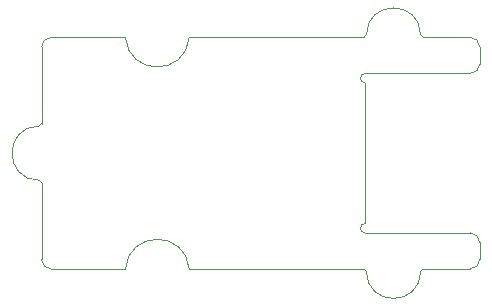
<source format=gbr>
%TF.GenerationSoftware,KiCad,Pcbnew,(6.0.7-1)-1*%
%TF.CreationDate,2022-09-13T18:31:53+08:00*%
%TF.ProjectId,0102-USB-SWITCH,30313032-2d55-4534-922d-535749544348,V1.1*%
%TF.SameCoordinates,Original*%
%TF.FileFunction,Profile,NP*%
%FSLAX46Y46*%
G04 Gerber Fmt 4.6, Leading zero omitted, Abs format (unit mm)*
G04 Created by KiCad (PCBNEW (6.0.7-1)-1) date 2022-09-13 18:31:53*
%MOMM*%
%LPD*%
G01*
G04 APERTURE LIST*
%TA.AperFunction,Profile*%
%ADD10C,0.050000*%
%TD*%
G04 APERTURE END LIST*
D10*
X9600000Y22100000D02*
X3300000Y22100000D01*
X2500000Y9800000D02*
X2500000Y3300000D01*
X34800000Y22100000D02*
X38800000Y22100000D01*
X3300000Y2500000D02*
X9600000Y2500000D01*
X30000000Y2300000D02*
G75*
G03*
X34600000Y2300000I2300000J0D01*
G01*
X2300000Y14600000D02*
G75*
G03*
X2500000Y14800000I0J200000D01*
G01*
X2500000Y3300000D02*
G75*
G03*
X3300000Y2500000I800000J0D01*
G01*
X38800000Y2500000D02*
X34800000Y2500000D01*
X39600000Y21300000D02*
G75*
G03*
X38800000Y22100000I-800000J0D01*
G01*
X38800000Y5550000D02*
X29900000Y5550000D01*
X38800000Y19050000D02*
G75*
G03*
X39600000Y19850000I0J800000D01*
G01*
X34600000Y22300000D02*
G75*
G03*
X34800000Y22100000I200000J0D01*
G01*
X2500000Y9800000D02*
G75*
G03*
X2300000Y10000000I-200000J0D01*
G01*
X39600000Y21300000D02*
X39600000Y19850000D01*
X15000000Y22100000D02*
X29800000Y22100000D01*
X34800000Y2500000D02*
G75*
G03*
X34600000Y2300000I0J-200000D01*
G01*
X2500000Y21300000D02*
X2500000Y14800000D01*
X29800000Y2500000D02*
X15000000Y2500000D01*
X9600000Y22100000D02*
G75*
G03*
X15000000Y22100000I2700000J200000D01*
G01*
X29900000Y6350000D02*
X29900000Y18250000D01*
X3300000Y22100000D02*
G75*
G03*
X2500000Y21300000I0J-800000D01*
G01*
X2300000Y14600000D02*
G75*
G03*
X2300000Y10000000I0J-2300000D01*
G01*
X34600000Y22300000D02*
G75*
G03*
X30000000Y22300000I-2300000J0D01*
G01*
X29900000Y19050000D02*
G75*
G03*
X29900000Y18250000I0J-400000D01*
G01*
X30000000Y2300000D02*
G75*
G03*
X29800000Y2500000I-200000J0D01*
G01*
X39600000Y4750000D02*
G75*
G03*
X38800000Y5550000I-800000J0D01*
G01*
X38800000Y2500000D02*
G75*
G03*
X39600000Y3300000I0J800000D01*
G01*
X39600000Y4750000D02*
X39600000Y3300000D01*
X15000000Y2500000D02*
G75*
G03*
X9600000Y2500000I-2700000J-200000D01*
G01*
X29800000Y22100000D02*
G75*
G03*
X30000000Y22300000I0J200000D01*
G01*
X29900000Y6350000D02*
G75*
G03*
X29900000Y5550000I0J-400000D01*
G01*
X29900000Y19050000D02*
X38800000Y19050000D01*
M02*

</source>
